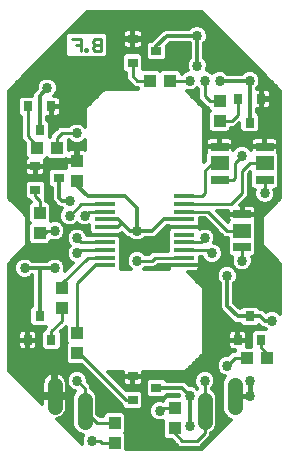
<source format=gbl>
G75*
G70*
%OFA0B0*%
%FSLAX24Y24*%
%IPPOS*%
%LPD*%
%AMOC8*
5,1,8,0,0,1.08239X$1,22.5*
%
%ADD10R,0.0315X0.0354*%
%ADD11R,0.0354X0.0315*%
%ADD12R,0.0709X0.0150*%
%ADD13R,0.0600X0.0500*%
%ADD14R,0.0600X0.0300*%
%ADD15C,0.0500*%
%ADD16R,0.0394X0.0433*%
%ADD17C,0.0090*%
%ADD18R,0.0433X0.0394*%
%ADD19C,0.0120*%
%ADD20C,0.0340*%
%ADD21C,0.0160*%
%ADD22C,0.0100*%
D10*
X001956Y004956D03*
X002744Y004956D03*
X002350Y005744D03*
X008956Y004956D03*
X009744Y004956D03*
X009350Y005744D03*
X002350Y011956D03*
X001956Y012744D03*
X002744Y012744D03*
X008956Y012994D03*
X009744Y012994D03*
X009350Y012206D03*
D11*
X005456Y014206D03*
X006244Y014600D03*
X005456Y014994D03*
X002206Y010744D03*
X002994Y010350D03*
X002206Y009956D03*
X005456Y003744D03*
X006244Y003350D03*
X005456Y002956D03*
D12*
X004531Y007448D03*
X004531Y007704D03*
X004531Y007960D03*
X004531Y008216D03*
X004531Y008472D03*
X004531Y008728D03*
X004531Y008984D03*
X004531Y009240D03*
X004531Y009496D03*
X004531Y009752D03*
X007169Y009752D03*
X007169Y009496D03*
X007169Y009240D03*
X007169Y008984D03*
X007169Y008728D03*
X007169Y008472D03*
X007169Y008216D03*
X007169Y007960D03*
X007169Y007704D03*
X007169Y007448D03*
D13*
X009100Y008600D03*
X008350Y010850D03*
X009850Y010850D03*
D14*
X009850Y011400D03*
X008350Y011400D03*
X008350Y010300D03*
X009850Y010300D03*
X009100Y009150D03*
X009100Y008050D03*
D15*
X008850Y003475D02*
X008850Y002725D01*
X007850Y002975D02*
X007850Y002225D01*
X003850Y002225D02*
X003850Y002975D01*
X002850Y002725D02*
X002850Y003475D01*
D16*
X003600Y004515D03*
X003600Y005185D03*
X003100Y006015D03*
X003100Y006685D03*
X002350Y008515D03*
X002350Y009185D03*
X003600Y010265D03*
X003600Y010935D03*
X008350Y012265D03*
X008350Y012935D03*
X006850Y002685D03*
X006850Y002015D03*
X004850Y002185D03*
X004850Y001515D03*
D17*
X004405Y014595D02*
X004200Y014595D01*
X004132Y014663D01*
X004132Y014732D01*
X004200Y014800D01*
X004405Y014800D01*
X004200Y014800D02*
X004132Y014869D01*
X004132Y014937D01*
X004200Y015005D01*
X004405Y015005D01*
X004405Y014595D01*
X003945Y014595D02*
X003945Y014663D01*
X003877Y014663D01*
X003877Y014595D01*
X003945Y014595D01*
X003715Y014595D02*
X003715Y015005D01*
X003441Y015005D01*
X003578Y014800D02*
X003715Y014800D01*
D18*
X006015Y013600D03*
X006685Y013600D03*
X002935Y011350D03*
X002265Y011350D03*
X009265Y004350D03*
X009935Y004350D03*
D19*
X003764Y001498D02*
X002937Y002324D01*
X002946Y002325D01*
X003007Y002345D01*
X003065Y002374D01*
X003117Y002412D01*
X003163Y002458D01*
X003201Y002510D01*
X003230Y002568D01*
X003250Y002629D01*
X003260Y002693D01*
X003260Y003040D01*
X002910Y003040D01*
X002910Y003160D01*
X003260Y003160D01*
X003260Y003506D01*
X003303Y003402D01*
X003402Y003303D01*
X003521Y003254D01*
X003485Y003219D01*
X003420Y003061D01*
X003420Y002139D01*
X003485Y001981D01*
X003606Y001860D01*
X003764Y001795D01*
X003802Y001795D01*
X003750Y001670D01*
X003750Y001530D01*
X003764Y001498D01*
X003750Y001574D02*
X003687Y001574D01*
X003759Y001693D02*
X003569Y001693D01*
X003450Y001811D02*
X003726Y001811D01*
X003537Y001930D02*
X003332Y001930D01*
X003213Y002048D02*
X003458Y002048D01*
X003420Y002167D02*
X003095Y002167D01*
X002976Y002285D02*
X003420Y002285D01*
X003420Y002404D02*
X003105Y002404D01*
X003207Y002522D02*
X003420Y002522D01*
X003420Y002641D02*
X003252Y002641D01*
X003260Y002759D02*
X003420Y002759D01*
X003420Y002878D02*
X003260Y002878D01*
X003260Y002996D02*
X003420Y002996D01*
X003442Y003115D02*
X002910Y003115D01*
X002910Y003160D02*
X002790Y003160D01*
X002790Y003881D01*
X002754Y003875D01*
X002693Y003855D01*
X002635Y003826D01*
X002583Y003788D01*
X002537Y003742D01*
X002499Y003690D01*
X002470Y003632D01*
X002450Y003571D01*
X002440Y003507D01*
X002440Y003160D01*
X002790Y003160D01*
X002790Y003040D01*
X002440Y003040D01*
X002440Y002821D01*
X001320Y003941D01*
X001320Y007509D01*
X001945Y008134D01*
X001945Y009066D01*
X001816Y009195D01*
X001320Y009691D01*
X001320Y013259D01*
X003939Y015878D01*
X003941Y015878D01*
X003941Y015878D01*
X007759Y015880D01*
X010380Y013259D01*
X010380Y009691D01*
X009755Y009066D01*
X009755Y008134D01*
X009884Y008005D01*
X010380Y007509D01*
X010380Y005815D01*
X010298Y005897D01*
X010170Y005950D01*
X010030Y005950D01*
X009902Y005897D01*
X009897Y005892D01*
X009842Y005947D01*
X009754Y005984D01*
X009687Y005984D01*
X009687Y005995D01*
X009582Y006101D01*
X009118Y006101D01*
X009028Y006011D01*
X008840Y006199D01*
X008840Y006845D01*
X008897Y006902D01*
X008950Y007030D01*
X008950Y007170D01*
X008897Y007298D01*
X008798Y007397D01*
X008670Y007450D01*
X008530Y007450D01*
X008402Y007397D01*
X008303Y007298D01*
X008250Y007170D01*
X008250Y007030D01*
X008303Y006902D01*
X008360Y006845D01*
X008360Y006052D01*
X008397Y005964D01*
X008753Y005608D01*
X008820Y005540D01*
X008909Y005504D01*
X009013Y005504D01*
X009013Y005492D01*
X009118Y005387D01*
X009582Y005387D01*
X009653Y005458D01*
X009714Y005397D01*
X009802Y005360D01*
X009845Y005360D01*
X009892Y005313D01*
X009512Y005313D01*
X009406Y005208D01*
X009406Y004727D01*
X009265Y004727D01*
X009274Y004758D01*
X009274Y004938D01*
X008975Y004938D01*
X008975Y004975D01*
X008938Y004975D01*
X008938Y005293D01*
X008778Y005293D01*
X008737Y005283D01*
X008701Y005261D01*
X008671Y005232D01*
X008650Y005195D01*
X008639Y005155D01*
X008639Y004975D01*
X008938Y004975D01*
X008938Y004938D01*
X008639Y004938D01*
X008639Y004758D01*
X008650Y004717D01*
X008671Y004681D01*
X008701Y004651D01*
X008737Y004630D01*
X008778Y004619D01*
X008869Y004619D01*
X008869Y004580D01*
X008755Y004580D01*
X008625Y004450D01*
X008530Y004450D01*
X008402Y004397D01*
X008303Y004298D01*
X008250Y004170D01*
X008250Y004030D01*
X008303Y003902D01*
X008402Y003803D01*
X008521Y003754D01*
X008485Y003719D01*
X008420Y003561D01*
X008420Y002639D01*
X008485Y002481D01*
X008606Y002360D01*
X008743Y002304D01*
X007759Y001320D01*
X005227Y001320D01*
X005227Y001806D01*
X005183Y001850D01*
X005227Y001894D01*
X005227Y002476D01*
X005121Y002581D01*
X004579Y002581D01*
X004473Y002476D01*
X004473Y002415D01*
X004361Y002415D01*
X004280Y002495D01*
X004280Y003061D01*
X004215Y003219D01*
X004094Y003340D01*
X004080Y003345D01*
X004080Y003445D01*
X003950Y003575D01*
X003950Y003670D01*
X003897Y003798D01*
X003798Y003897D01*
X003670Y003950D01*
X003530Y003950D01*
X003402Y003897D01*
X003303Y003798D01*
X003250Y003670D01*
X003250Y003570D01*
X003250Y003571D01*
X003230Y003632D01*
X003201Y003690D01*
X003163Y003742D01*
X003117Y003788D01*
X003065Y003826D01*
X003007Y003855D01*
X002946Y003875D01*
X002910Y003881D01*
X002910Y003160D01*
X002910Y003233D02*
X002790Y003233D01*
X002790Y003115D02*
X002147Y003115D01*
X002028Y003233D02*
X002440Y003233D01*
X002440Y003352D02*
X001910Y003352D01*
X001791Y003470D02*
X002440Y003470D01*
X002456Y003589D02*
X001673Y003589D01*
X001554Y003707D02*
X002512Y003707D01*
X002635Y003826D02*
X001436Y003826D01*
X001320Y003944D02*
X003516Y003944D01*
X003684Y003944D02*
X003931Y003944D01*
X003869Y003826D02*
X004049Y003826D01*
X003935Y003707D02*
X004168Y003707D01*
X004286Y003589D02*
X003950Y003589D01*
X004055Y003470D02*
X004405Y003470D01*
X004523Y003352D02*
X004080Y003352D01*
X004200Y003233D02*
X004642Y003233D01*
X004760Y003115D02*
X004258Y003115D01*
X004280Y002996D02*
X004879Y002996D01*
X004997Y002878D02*
X004280Y002878D01*
X004280Y002759D02*
X005099Y002759D01*
X005099Y002776D02*
X005099Y002724D01*
X005205Y002619D01*
X005708Y002619D01*
X005813Y002724D01*
X005813Y003188D01*
X005708Y003294D01*
X005231Y003294D01*
X004645Y003880D01*
X005119Y003880D01*
X005119Y003762D01*
X005438Y003762D01*
X005438Y003725D01*
X005475Y003725D01*
X005475Y003762D01*
X005793Y003762D01*
X005793Y003880D01*
X007191Y003880D01*
X007320Y004009D01*
X007820Y004509D01*
X007820Y006691D01*
X007691Y006820D01*
X007298Y007214D01*
X007544Y007214D01*
X007585Y007225D01*
X007621Y007246D01*
X007651Y007275D01*
X007672Y007312D01*
X007683Y007353D01*
X007683Y007448D01*
X007169Y007448D01*
X007169Y007448D01*
X006655Y007448D01*
X006655Y007353D01*
X006663Y007320D01*
X005815Y007320D01*
X005865Y007370D01*
X006195Y007370D01*
X006300Y007474D01*
X006655Y007474D01*
X006655Y007448D01*
X007169Y007448D01*
X007169Y007448D01*
X007683Y007448D01*
X007683Y007535D01*
X007703Y007555D01*
X007703Y007730D01*
X007771Y007730D01*
X007803Y007652D01*
X007902Y007553D01*
X008030Y007500D01*
X008170Y007500D01*
X008298Y007553D01*
X008397Y007652D01*
X008450Y007780D01*
X008450Y007920D01*
X008397Y008048D01*
X008298Y008147D01*
X008170Y008200D01*
X008167Y008200D01*
X008200Y008280D01*
X008200Y008420D01*
X008147Y008548D01*
X008048Y008647D01*
X007920Y008700D01*
X007780Y008700D01*
X007683Y008660D01*
X007683Y008728D01*
X007683Y008814D01*
X007703Y008834D01*
X007703Y009010D01*
X007865Y009010D01*
X008370Y008505D01*
X008505Y008370D01*
X008620Y008370D01*
X008620Y008275D01*
X008620Y008275D01*
X008620Y007825D01*
X008725Y007720D01*
X008771Y007720D01*
X008750Y007670D01*
X008750Y007530D01*
X008803Y007402D01*
X008902Y007303D01*
X009030Y007250D01*
X009170Y007250D01*
X009298Y007303D01*
X009397Y007402D01*
X009450Y007530D01*
X009450Y007670D01*
X009429Y007720D01*
X009475Y007720D01*
X009580Y007825D01*
X009580Y008275D01*
X009580Y008925D01*
X009553Y008952D01*
X009560Y008979D01*
X009560Y009135D01*
X009115Y009135D01*
X009115Y009165D01*
X009085Y009165D01*
X009085Y009460D01*
X009035Y009460D01*
X009330Y009755D01*
X009330Y010505D01*
X009370Y010545D01*
X009370Y010525D01*
X009370Y010525D01*
X009370Y010075D01*
X009475Y009970D01*
X009521Y009970D01*
X009500Y009920D01*
X009500Y009780D01*
X009553Y009652D01*
X009652Y009553D01*
X009780Y009500D01*
X009920Y009500D01*
X010048Y009553D01*
X010147Y009652D01*
X010200Y009780D01*
X010200Y009920D01*
X010179Y009970D01*
X010225Y009970D01*
X010330Y010075D01*
X010330Y010525D01*
X010330Y011175D01*
X010303Y011202D01*
X010310Y011229D01*
X010310Y011385D01*
X009865Y011385D01*
X009865Y011415D01*
X009835Y011415D01*
X009835Y011710D01*
X009529Y011710D01*
X009488Y011699D01*
X009452Y011678D01*
X009422Y011648D01*
X009401Y011612D01*
X009390Y011571D01*
X009390Y011415D01*
X009835Y011415D01*
X009835Y011385D01*
X009390Y011385D01*
X009390Y011305D01*
X009298Y011397D01*
X009170Y011450D01*
X009030Y011450D01*
X008902Y011397D01*
X008810Y011305D01*
X008810Y011385D01*
X008365Y011385D01*
X008365Y011415D01*
X008335Y011415D01*
X008335Y011710D01*
X008029Y011710D01*
X007988Y011699D01*
X007952Y011678D01*
X007922Y011648D01*
X007901Y011612D01*
X007890Y011571D01*
X007890Y011415D01*
X008335Y011415D01*
X008335Y011385D01*
X007890Y011385D01*
X007890Y011229D01*
X007897Y011202D01*
X007870Y011175D01*
X007870Y010945D01*
X007820Y010895D01*
X007820Y012691D01*
X007691Y012820D01*
X007248Y013264D01*
X007280Y013250D01*
X007420Y013250D01*
X007548Y013303D01*
X007600Y013355D01*
X007620Y013335D01*
X007620Y013005D01*
X007755Y012870D01*
X007920Y012705D01*
X007973Y012705D01*
X007973Y012644D01*
X008017Y012600D01*
X007973Y012556D01*
X007973Y011974D01*
X008079Y011869D01*
X008621Y011869D01*
X008727Y011974D01*
X008727Y012035D01*
X008861Y012035D01*
X009013Y012187D01*
X009013Y011955D01*
X009118Y011849D01*
X009582Y011849D01*
X009687Y011955D01*
X009687Y012458D01*
X009590Y012556D01*
X009590Y012657D01*
X009725Y012657D01*
X009725Y012975D01*
X009762Y012975D01*
X009762Y012657D01*
X009922Y012657D01*
X009963Y012667D01*
X009999Y012689D01*
X010029Y012718D01*
X010050Y012755D01*
X010061Y012795D01*
X010061Y012975D01*
X009762Y012975D01*
X009762Y013012D01*
X009725Y013012D01*
X009725Y013331D01*
X009590Y013331D01*
X009590Y013345D01*
X009647Y013402D01*
X009700Y013530D01*
X009700Y013670D01*
X009647Y013798D01*
X009548Y013897D01*
X009420Y013950D01*
X009280Y013950D01*
X009152Y013897D01*
X009095Y013840D01*
X008605Y013840D01*
X008548Y013897D01*
X008420Y013950D01*
X008280Y013950D01*
X008152Y013897D01*
X008100Y013845D01*
X008048Y013897D01*
X007920Y013950D01*
X007917Y013950D01*
X007950Y014030D01*
X007950Y014170D01*
X007897Y014298D01*
X007840Y014355D01*
X007840Y014845D01*
X007897Y014902D01*
X007950Y015030D01*
X007950Y015170D01*
X007897Y015298D01*
X007798Y015397D01*
X007670Y015450D01*
X007530Y015450D01*
X007402Y015397D01*
X007345Y015340D01*
X006552Y015340D01*
X006464Y015303D01*
X006397Y015236D01*
X006098Y014937D01*
X005992Y014937D01*
X005887Y014832D01*
X005887Y014368D01*
X005992Y014263D01*
X006495Y014263D01*
X006601Y014368D01*
X006601Y014761D01*
X006699Y014860D01*
X007345Y014860D01*
X007360Y014845D01*
X007360Y014355D01*
X007303Y014298D01*
X007250Y014170D01*
X007250Y014030D01*
X007283Y013950D01*
X007280Y013950D01*
X007152Y013897D01*
X007085Y013830D01*
X007081Y013830D01*
X007081Y013871D01*
X006976Y013977D01*
X006394Y013977D01*
X006350Y013933D01*
X006306Y013977D01*
X005813Y013977D01*
X005813Y014438D01*
X005708Y014544D01*
X005205Y014544D01*
X005099Y014438D01*
X005099Y013974D01*
X005205Y013869D01*
X005226Y013869D01*
X005226Y013648D01*
X005505Y013370D01*
X005619Y013370D01*
X005619Y013329D01*
X005627Y013320D01*
X004509Y013320D01*
X004380Y013191D01*
X003880Y012691D01*
X003880Y012065D01*
X003798Y012147D01*
X003670Y012200D01*
X003530Y012200D01*
X003402Y012147D01*
X003335Y012080D01*
X003005Y012080D01*
X002705Y011780D01*
X002705Y011727D01*
X002687Y011727D01*
X002687Y012208D01*
X002590Y012306D01*
X002590Y012407D01*
X002725Y012407D01*
X002725Y012725D01*
X002762Y012725D01*
X002762Y012407D01*
X002922Y012407D01*
X002963Y012417D01*
X002999Y012439D01*
X003029Y012468D01*
X003050Y012505D01*
X003061Y012545D01*
X003061Y012725D01*
X002762Y012725D01*
X002762Y012762D01*
X003061Y012762D01*
X003061Y012942D01*
X003050Y012983D01*
X003029Y013019D01*
X002999Y013049D01*
X002963Y013070D01*
X002922Y013081D01*
X002826Y013081D01*
X002897Y013152D01*
X002950Y013280D01*
X002950Y013420D01*
X002897Y013548D01*
X002798Y013647D01*
X002670Y013700D01*
X002530Y013700D01*
X002402Y013647D01*
X002303Y013548D01*
X002250Y013420D01*
X002250Y013339D01*
X002147Y013236D01*
X002110Y013148D01*
X002110Y013101D01*
X001724Y013101D01*
X001619Y012995D01*
X001619Y012492D01*
X001724Y012387D01*
X001726Y012387D01*
X001726Y011648D01*
X001869Y011506D01*
X001869Y011079D01*
X001925Y011023D01*
X001901Y010999D01*
X001880Y010963D01*
X001869Y010922D01*
X001869Y010762D01*
X002188Y010762D01*
X002188Y010725D01*
X002225Y010725D01*
X002225Y010762D01*
X002543Y010762D01*
X002543Y010922D01*
X002533Y010963D01*
X002527Y010973D01*
X002556Y010973D01*
X002600Y011017D01*
X002644Y010973D01*
X003226Y010973D01*
X003243Y010991D01*
X003243Y010973D01*
X003562Y010973D01*
X003562Y011311D01*
X003382Y011311D01*
X003341Y011300D01*
X003331Y011294D01*
X003331Y011620D01*
X003335Y011620D01*
X003402Y011553D01*
X003530Y011500D01*
X003670Y011500D01*
X003798Y011553D01*
X003880Y011635D01*
X003880Y011288D01*
X003859Y011300D01*
X003818Y011311D01*
X003638Y011311D01*
X003638Y010973D01*
X003562Y010973D01*
X003562Y010896D01*
X003243Y010896D01*
X003243Y010697D01*
X003246Y010687D01*
X003245Y010687D01*
X002742Y010687D01*
X002637Y010582D01*
X002637Y010118D01*
X002742Y010013D01*
X002754Y010013D01*
X002754Y009659D01*
X002790Y009570D01*
X002964Y009397D01*
X003052Y009360D01*
X003095Y009360D01*
X003105Y009350D01*
X003053Y009298D01*
X003000Y009170D01*
X003000Y009030D01*
X003053Y008902D01*
X003152Y008803D01*
X003280Y008750D01*
X003420Y008750D01*
X003548Y008803D01*
X003600Y008855D01*
X003652Y008803D01*
X003780Y008750D01*
X003920Y008750D01*
X003997Y008782D01*
X003997Y008579D01*
X004017Y008559D01*
X004017Y008472D01*
X004017Y008446D01*
X003939Y008446D01*
X003897Y008548D01*
X003798Y008647D01*
X003670Y008700D01*
X003530Y008700D01*
X003402Y008647D01*
X003303Y008548D01*
X003250Y008420D01*
X003250Y008280D01*
X003303Y008152D01*
X003355Y008100D01*
X003303Y008048D01*
X003250Y007920D01*
X003250Y007780D01*
X003303Y007652D01*
X003402Y007553D01*
X003456Y007531D01*
X003196Y007272D01*
X003200Y007280D01*
X003200Y007420D01*
X003147Y007548D01*
X003048Y007647D01*
X002920Y007700D01*
X002780Y007700D01*
X002652Y007647D01*
X002595Y007590D01*
X002105Y007590D01*
X002048Y007647D01*
X001920Y007700D01*
X001780Y007700D01*
X001652Y007647D01*
X001553Y007548D01*
X001500Y007420D01*
X001500Y007280D01*
X001553Y007152D01*
X001652Y007053D01*
X001780Y007000D01*
X001920Y007000D01*
X002048Y007053D01*
X002105Y007110D01*
X002110Y007110D01*
X002110Y006093D01*
X002013Y005995D01*
X002013Y005492D01*
X002118Y005387D01*
X002561Y005387D01*
X002514Y005339D01*
X002514Y005313D01*
X002512Y005313D01*
X002406Y005208D01*
X002406Y004705D01*
X002512Y004599D01*
X002976Y004599D01*
X003081Y004705D01*
X003081Y005208D01*
X003057Y005232D01*
X003195Y005370D01*
X003223Y005398D01*
X003223Y004894D01*
X003267Y004850D01*
X003223Y004806D01*
X003223Y004224D01*
X003329Y004119D01*
X003756Y004119D01*
X005014Y002861D01*
X005099Y002776D01*
X005183Y002641D02*
X004280Y002641D01*
X004280Y002522D02*
X004519Y002522D01*
X005181Y002522D02*
X006003Y002522D01*
X006000Y002530D02*
X006053Y002402D01*
X006152Y002303D01*
X006280Y002250D01*
X006420Y002250D01*
X006473Y002272D01*
X006473Y001724D01*
X006579Y001619D01*
X006756Y001619D01*
X006870Y001505D01*
X007005Y001370D01*
X007695Y001370D01*
X007945Y001620D01*
X008080Y001755D01*
X008080Y001855D01*
X008094Y001860D01*
X008215Y001981D01*
X008280Y002139D01*
X008280Y003061D01*
X008215Y003219D01*
X008094Y003340D01*
X008087Y003342D01*
X008147Y003402D01*
X008200Y003530D01*
X008200Y003670D01*
X008147Y003798D01*
X008048Y003897D01*
X007920Y003950D01*
X007780Y003950D01*
X007652Y003897D01*
X007553Y003798D01*
X007500Y003670D01*
X007500Y003530D01*
X007553Y003402D01*
X007613Y003342D01*
X007606Y003340D01*
X007606Y003339D01*
X007548Y003397D01*
X007420Y003450D01*
X007339Y003450D01*
X007236Y003553D01*
X007148Y003590D01*
X006593Y003590D01*
X006495Y003687D01*
X005992Y003687D01*
X005887Y003582D01*
X005887Y003118D01*
X005992Y003013D01*
X006495Y003013D01*
X006593Y003110D01*
X007000Y003110D01*
X007000Y003081D01*
X006579Y003081D01*
X006473Y002976D01*
X006473Y002928D01*
X006420Y002950D01*
X006280Y002950D01*
X006152Y002897D01*
X006053Y002798D01*
X006000Y002670D01*
X006000Y002530D01*
X006000Y002641D02*
X005730Y002641D01*
X005813Y002759D02*
X006037Y002759D01*
X006133Y002878D02*
X005813Y002878D01*
X005813Y002996D02*
X006493Y002996D01*
X005890Y003115D02*
X005813Y003115D01*
X005769Y003233D02*
X005887Y003233D01*
X005887Y003352D02*
X005174Y003352D01*
X005217Y003437D02*
X005258Y003426D01*
X005438Y003426D01*
X005438Y003725D01*
X005119Y003725D01*
X005119Y003565D01*
X005130Y003524D01*
X005151Y003488D01*
X005181Y003458D01*
X005217Y003437D01*
X005169Y003470D02*
X005055Y003470D01*
X005119Y003589D02*
X004937Y003589D01*
X004818Y003707D02*
X005119Y003707D01*
X005119Y003826D02*
X004700Y003826D01*
X003812Y004063D02*
X001320Y004063D01*
X001320Y004181D02*
X003266Y004181D01*
X003223Y004300D02*
X001320Y004300D01*
X001320Y004418D02*
X003223Y004418D01*
X003223Y004537D02*
X001320Y004537D01*
X001320Y004655D02*
X001697Y004655D01*
X001701Y004651D02*
X001737Y004630D01*
X001778Y004619D01*
X001938Y004619D01*
X001938Y004938D01*
X001639Y004938D01*
X001639Y004758D01*
X001650Y004717D01*
X001671Y004681D01*
X001701Y004651D01*
X001639Y004774D02*
X001320Y004774D01*
X001320Y004892D02*
X001639Y004892D01*
X001639Y004975D02*
X001938Y004975D01*
X001938Y005293D01*
X001778Y005293D01*
X001737Y005283D01*
X001701Y005261D01*
X001671Y005232D01*
X001650Y005195D01*
X001639Y005155D01*
X001639Y004975D01*
X001639Y005011D02*
X001320Y005011D01*
X001320Y005129D02*
X001639Y005129D01*
X001687Y005248D02*
X001320Y005248D01*
X001320Y005366D02*
X002541Y005366D01*
X002446Y005248D02*
X002226Y005248D01*
X002212Y005261D02*
X002176Y005283D01*
X002135Y005293D01*
X001975Y005293D01*
X001975Y004975D01*
X001938Y004975D01*
X001938Y004938D01*
X001975Y004938D01*
X001975Y004975D01*
X002274Y004975D01*
X002274Y005155D01*
X002263Y005195D01*
X002242Y005232D01*
X002212Y005261D01*
X002274Y005129D02*
X002406Y005129D01*
X002406Y005011D02*
X002274Y005011D01*
X002274Y004938D02*
X001975Y004938D01*
X001975Y004619D01*
X002135Y004619D01*
X002176Y004630D01*
X002212Y004651D01*
X002242Y004681D01*
X002263Y004717D01*
X002274Y004758D01*
X002274Y004938D01*
X002274Y004892D02*
X002406Y004892D01*
X002406Y004774D02*
X002274Y004774D01*
X002216Y004655D02*
X002456Y004655D01*
X001975Y004655D02*
X001938Y004655D01*
X001938Y004774D02*
X001975Y004774D01*
X001975Y004892D02*
X001938Y004892D01*
X001938Y005011D02*
X001975Y005011D01*
X001975Y005129D02*
X001938Y005129D01*
X001938Y005248D02*
X001975Y005248D01*
X002020Y005485D02*
X001320Y005485D01*
X001320Y005603D02*
X002013Y005603D01*
X002013Y005722D02*
X001320Y005722D01*
X001320Y005840D02*
X002013Y005840D01*
X002013Y005959D02*
X001320Y005959D01*
X001320Y006077D02*
X002094Y006077D01*
X002110Y006196D02*
X001320Y006196D01*
X001320Y006314D02*
X002110Y006314D01*
X002110Y006433D02*
X001320Y006433D01*
X001320Y006551D02*
X002110Y006551D01*
X002110Y006670D02*
X001320Y006670D01*
X001320Y006788D02*
X002110Y006788D01*
X002110Y006907D02*
X001320Y006907D01*
X001320Y007025D02*
X001720Y007025D01*
X001562Y007144D02*
X001320Y007144D01*
X001320Y007262D02*
X001508Y007262D01*
X001500Y007381D02*
X001320Y007381D01*
X001320Y007499D02*
X001533Y007499D01*
X001623Y007618D02*
X001429Y007618D01*
X001547Y007736D02*
X003268Y007736D01*
X003250Y007855D02*
X001666Y007855D01*
X001784Y007973D02*
X003272Y007973D01*
X003347Y008092D02*
X001903Y008092D01*
X001945Y008210D02*
X001987Y008210D01*
X001973Y008224D02*
X002079Y008119D01*
X002621Y008119D01*
X002727Y008224D01*
X002727Y008272D01*
X002780Y008250D01*
X002920Y008250D01*
X003048Y008303D01*
X003147Y008402D01*
X003200Y008530D01*
X003200Y008670D01*
X003147Y008798D01*
X003048Y008897D01*
X002920Y008950D01*
X002780Y008950D01*
X002727Y008928D01*
X002727Y009476D01*
X002621Y009581D01*
X002580Y009581D01*
X002580Y009695D01*
X002557Y009718D01*
X002563Y009724D01*
X002563Y010188D01*
X002458Y010294D01*
X001955Y010294D01*
X001849Y010188D01*
X001849Y009724D01*
X001955Y009619D01*
X002006Y009619D01*
X002061Y009564D01*
X001973Y009476D01*
X001973Y008894D01*
X002017Y008850D01*
X001973Y008806D01*
X001973Y008224D01*
X001973Y008329D02*
X001945Y008329D01*
X001945Y008447D02*
X001973Y008447D01*
X001973Y008566D02*
X001945Y008566D01*
X001945Y008684D02*
X001973Y008684D01*
X001973Y008803D02*
X001945Y008803D01*
X001945Y008921D02*
X001973Y008921D01*
X001973Y009040D02*
X001945Y009040D01*
X001973Y009158D02*
X001853Y009158D01*
X001735Y009277D02*
X001973Y009277D01*
X001973Y009395D02*
X001616Y009395D01*
X001498Y009514D02*
X002011Y009514D01*
X001941Y009632D02*
X001379Y009632D01*
X001320Y009751D02*
X001849Y009751D01*
X001849Y009869D02*
X001320Y009869D01*
X001320Y009988D02*
X001849Y009988D01*
X001849Y010106D02*
X001320Y010106D01*
X001320Y010225D02*
X001885Y010225D01*
X001967Y010437D02*
X002008Y010426D01*
X002188Y010426D01*
X002188Y010725D01*
X001869Y010725D01*
X001869Y010565D01*
X001880Y010524D01*
X001901Y010488D01*
X001931Y010458D01*
X001967Y010437D01*
X001928Y010462D02*
X001320Y010462D01*
X001320Y010580D02*
X001869Y010580D01*
X001869Y010699D02*
X001320Y010699D01*
X001320Y010817D02*
X001869Y010817D01*
X001873Y010936D02*
X001320Y010936D01*
X001320Y011054D02*
X001893Y011054D01*
X001869Y011173D02*
X001320Y011173D01*
X001320Y011291D02*
X001869Y011291D01*
X001869Y011410D02*
X001320Y011410D01*
X001320Y011528D02*
X001847Y011528D01*
X001728Y011647D02*
X001320Y011647D01*
X001320Y011765D02*
X001726Y011765D01*
X001726Y011884D02*
X001320Y011884D01*
X001320Y012002D02*
X001726Y012002D01*
X001726Y012121D02*
X001320Y012121D01*
X001320Y012239D02*
X001726Y012239D01*
X001726Y012358D02*
X001320Y012358D01*
X001320Y012476D02*
X001635Y012476D01*
X001619Y012595D02*
X001320Y012595D01*
X001320Y012713D02*
X001619Y012713D01*
X001619Y012832D02*
X001320Y012832D01*
X001320Y012950D02*
X001619Y012950D01*
X001692Y013069D02*
X001320Y013069D01*
X001320Y013187D02*
X002126Y013187D01*
X002216Y013306D02*
X001367Y013306D01*
X001485Y013424D02*
X002252Y013424D01*
X002301Y013543D02*
X001604Y013543D01*
X001722Y013661D02*
X002436Y013661D01*
X002764Y013661D02*
X005226Y013661D01*
X005226Y013780D02*
X001841Y013780D01*
X001959Y013898D02*
X005175Y013898D01*
X005099Y014017D02*
X002078Y014017D01*
X002196Y014135D02*
X005099Y014135D01*
X005099Y014254D02*
X002315Y014254D01*
X002433Y014372D02*
X003298Y014372D01*
X003310Y014360D02*
X004540Y014360D01*
X004645Y014465D01*
X004645Y015135D01*
X004540Y015240D01*
X003310Y015240D01*
X003205Y015135D01*
X003205Y014465D01*
X003310Y014360D01*
X003205Y014491D02*
X002552Y014491D01*
X002670Y014609D02*
X003205Y014609D01*
X003205Y014728D02*
X002789Y014728D01*
X002907Y014846D02*
X003205Y014846D01*
X003205Y014965D02*
X003026Y014965D01*
X003144Y015083D02*
X003205Y015083D01*
X003263Y015202D02*
X003272Y015202D01*
X003381Y015320D02*
X006504Y015320D01*
X006362Y015202D02*
X005786Y015202D01*
X005783Y015213D02*
X005761Y015249D01*
X005732Y015279D01*
X005695Y015300D01*
X005655Y015311D01*
X005475Y015311D01*
X005475Y015012D01*
X005793Y015012D01*
X005793Y015172D01*
X005783Y015213D01*
X005793Y015083D02*
X006244Y015083D01*
X006125Y014965D02*
X005793Y014965D01*
X005793Y014975D02*
X005475Y014975D01*
X005475Y015012D01*
X005438Y015012D01*
X005438Y015311D01*
X005258Y015311D01*
X005217Y015300D01*
X005181Y015279D01*
X005151Y015249D01*
X005130Y015213D01*
X005119Y015172D01*
X005119Y015012D01*
X005438Y015012D01*
X005438Y014975D01*
X005475Y014975D01*
X005475Y014676D01*
X005655Y014676D01*
X005695Y014687D01*
X005732Y014708D01*
X005761Y014738D01*
X005783Y014774D01*
X005793Y014815D01*
X005793Y014975D01*
X005793Y014846D02*
X005901Y014846D01*
X005887Y014728D02*
X005751Y014728D01*
X005887Y014609D02*
X004645Y014609D01*
X004645Y014491D02*
X005151Y014491D01*
X005099Y014372D02*
X004552Y014372D01*
X004645Y014728D02*
X005162Y014728D01*
X005151Y014738D02*
X005181Y014708D01*
X005217Y014687D01*
X005258Y014676D01*
X005438Y014676D01*
X005438Y014975D01*
X005119Y014975D01*
X005119Y014815D01*
X005130Y014774D01*
X005151Y014738D01*
X005119Y014846D02*
X004645Y014846D01*
X004645Y014965D02*
X005119Y014965D01*
X005119Y015083D02*
X004645Y015083D01*
X004578Y015202D02*
X005127Y015202D01*
X005438Y015202D02*
X005475Y015202D01*
X005475Y015083D02*
X005438Y015083D01*
X005438Y014965D02*
X005475Y014965D01*
X005475Y014846D02*
X005438Y014846D01*
X005438Y014728D02*
X005475Y014728D01*
X005761Y014491D02*
X005887Y014491D01*
X005887Y014372D02*
X005813Y014372D01*
X005813Y014254D02*
X007285Y014254D01*
X007250Y014135D02*
X005813Y014135D01*
X005813Y014017D02*
X007256Y014017D01*
X007155Y013898D02*
X007055Y013898D01*
X007600Y014100D02*
X007600Y015100D01*
X006600Y015100D01*
X006244Y014744D01*
X006244Y014600D01*
X006601Y014609D02*
X007360Y014609D01*
X007360Y014491D02*
X006601Y014491D01*
X006601Y014372D02*
X007360Y014372D01*
X007840Y014372D02*
X009267Y014372D01*
X009385Y014254D02*
X007915Y014254D01*
X007950Y014135D02*
X009504Y014135D01*
X009622Y014017D02*
X007944Y014017D01*
X008045Y013898D02*
X008155Y013898D01*
X008350Y013600D02*
X009350Y013600D01*
X009350Y012206D01*
X009687Y012239D02*
X010380Y012239D01*
X010380Y012121D02*
X009687Y012121D01*
X009687Y012002D02*
X010380Y012002D01*
X010380Y011884D02*
X009616Y011884D01*
X009865Y011710D02*
X009865Y011415D01*
X010310Y011415D01*
X010310Y011571D01*
X010299Y011612D01*
X010278Y011648D01*
X010248Y011678D01*
X010212Y011699D01*
X010171Y011710D01*
X009865Y011710D01*
X009865Y011647D02*
X009835Y011647D01*
X009835Y011528D02*
X009865Y011528D01*
X009865Y011410D02*
X010380Y011410D01*
X010380Y011528D02*
X010310Y011528D01*
X010279Y011647D02*
X010380Y011647D01*
X010380Y011765D02*
X007820Y011765D01*
X007820Y011647D02*
X007921Y011647D01*
X007890Y011528D02*
X007820Y011528D01*
X007820Y011410D02*
X008335Y011410D01*
X008365Y011410D02*
X008933Y011410D01*
X008810Y011415D02*
X008810Y011571D01*
X008799Y011612D01*
X008778Y011648D01*
X008748Y011678D01*
X008712Y011699D01*
X008671Y011710D01*
X008365Y011710D01*
X008365Y011415D01*
X008810Y011415D01*
X008810Y011528D02*
X009390Y011528D01*
X009421Y011647D02*
X008779Y011647D01*
X008365Y011647D02*
X008335Y011647D01*
X008335Y011528D02*
X008365Y011528D01*
X008636Y011884D02*
X009084Y011884D01*
X009013Y012002D02*
X008727Y012002D01*
X008946Y012121D02*
X009013Y012121D01*
X009687Y012358D02*
X010380Y012358D01*
X010380Y012476D02*
X009669Y012476D01*
X009590Y012595D02*
X010380Y012595D01*
X010380Y012713D02*
X010024Y012713D01*
X010061Y012832D02*
X010380Y012832D01*
X010380Y012950D02*
X010061Y012950D01*
X010061Y013012D02*
X010061Y013192D01*
X010050Y013233D01*
X010029Y013269D01*
X009999Y013299D01*
X009963Y013320D01*
X009922Y013331D01*
X009762Y013331D01*
X009762Y013012D01*
X010061Y013012D01*
X010061Y013069D02*
X010380Y013069D01*
X010380Y013187D02*
X010061Y013187D01*
X009988Y013306D02*
X010333Y013306D01*
X010215Y013424D02*
X009656Y013424D01*
X009700Y013543D02*
X010096Y013543D01*
X009978Y013661D02*
X009700Y013661D01*
X009654Y013780D02*
X009859Y013780D01*
X009741Y013898D02*
X009545Y013898D01*
X009155Y013898D02*
X008545Y013898D01*
X007620Y013306D02*
X007550Y013306D01*
X007620Y013187D02*
X007324Y013187D01*
X007443Y013069D02*
X007620Y013069D01*
X007675Y012950D02*
X007561Y012950D01*
X007680Y012832D02*
X007793Y012832D01*
X007798Y012713D02*
X007912Y012713D01*
X007820Y012595D02*
X008011Y012595D01*
X007973Y012476D02*
X007820Y012476D01*
X007820Y012358D02*
X007973Y012358D01*
X007973Y012239D02*
X007820Y012239D01*
X007820Y012121D02*
X007973Y012121D01*
X007973Y012002D02*
X007820Y012002D01*
X007820Y011884D02*
X008064Y011884D01*
X009267Y011410D02*
X009835Y011410D01*
X010310Y011291D02*
X010380Y011291D01*
X010380Y011173D02*
X010330Y011173D01*
X010330Y011054D02*
X010380Y011054D01*
X010380Y010936D02*
X010330Y010936D01*
X010330Y010817D02*
X010380Y010817D01*
X010380Y010699D02*
X010330Y010699D01*
X010330Y010580D02*
X010380Y010580D01*
X010330Y010525D02*
X010330Y010525D01*
X010330Y010525D01*
X010330Y010462D02*
X010380Y010462D01*
X010380Y010343D02*
X010330Y010343D01*
X010330Y010225D02*
X010380Y010225D01*
X010380Y010106D02*
X010330Y010106D01*
X010380Y009988D02*
X010242Y009988D01*
X010200Y009869D02*
X010380Y009869D01*
X010380Y009751D02*
X010188Y009751D01*
X010127Y009632D02*
X010321Y009632D01*
X010202Y009514D02*
X009952Y009514D01*
X010084Y009395D02*
X009530Y009395D01*
X009528Y009398D02*
X009498Y009428D01*
X009462Y009449D01*
X009421Y009460D01*
X009115Y009460D01*
X009115Y009165D01*
X009560Y009165D01*
X009560Y009321D01*
X009549Y009362D01*
X009528Y009398D01*
X009560Y009277D02*
X009965Y009277D01*
X009847Y009158D02*
X009115Y009158D01*
X009085Y009158D02*
X008367Y009158D01*
X008260Y009266D02*
X008640Y009266D01*
X008640Y009165D01*
X009085Y009165D01*
X009085Y009135D01*
X008640Y009135D01*
X008640Y008979D01*
X008647Y008952D01*
X008620Y008925D01*
X008620Y008905D01*
X008260Y009266D01*
X008486Y009040D02*
X008640Y009040D01*
X008620Y008921D02*
X008604Y008921D01*
X008191Y008684D02*
X007958Y008684D01*
X008072Y008803D02*
X007683Y008803D01*
X007683Y008728D02*
X007169Y008728D01*
X007169Y008728D01*
X007683Y008728D01*
X007683Y008684D02*
X007742Y008684D01*
X007703Y008921D02*
X007954Y008921D01*
X007169Y008984D02*
X006484Y008984D01*
X006100Y008600D01*
X005600Y008600D01*
X005600Y009350D01*
X005198Y009752D01*
X004531Y009752D01*
X003948Y009752D01*
X003600Y010100D01*
X003600Y010265D01*
X002994Y010350D02*
X002994Y009706D01*
X003100Y009600D01*
X003350Y009600D01*
X002968Y009395D02*
X002727Y009395D01*
X002727Y009277D02*
X003044Y009277D01*
X003000Y009158D02*
X002727Y009158D01*
X002727Y009040D02*
X003000Y009040D01*
X002990Y008921D02*
X003045Y008921D01*
X003142Y008803D02*
X003154Y008803D01*
X003194Y008684D02*
X003492Y008684D01*
X003546Y008803D02*
X003654Y008803D01*
X003708Y008684D02*
X003997Y008684D01*
X004010Y008566D02*
X003879Y008566D01*
X003939Y008447D02*
X004017Y008447D01*
X004017Y008472D02*
X004531Y008472D01*
X004531Y008472D01*
X004017Y008472D01*
X004531Y008472D02*
X005045Y008472D01*
X005045Y008386D01*
X005065Y008366D01*
X005065Y007320D01*
X005385Y007320D01*
X005303Y007402D01*
X005250Y007530D01*
X005250Y007670D01*
X005303Y007798D01*
X005402Y007897D01*
X005530Y007950D01*
X005670Y007950D01*
X005798Y007897D01*
X005865Y007830D01*
X006005Y007830D01*
X006109Y007934D01*
X006635Y007934D01*
X006635Y008621D01*
X006655Y008641D01*
X006655Y008728D01*
X007169Y008728D01*
X007169Y008728D01*
X006655Y008728D01*
X006655Y008744D01*
X006583Y008744D01*
X006236Y008397D01*
X006148Y008360D01*
X005855Y008360D01*
X005798Y008303D01*
X005670Y008250D01*
X005530Y008250D01*
X005402Y008303D01*
X005345Y008360D01*
X005302Y008360D01*
X005214Y008397D01*
X005094Y008516D01*
X005045Y008496D01*
X005045Y008472D01*
X004531Y008472D01*
X004531Y008472D01*
X004531Y008728D02*
X004978Y008728D01*
X005100Y008850D01*
X004966Y008984D01*
X004531Y008984D01*
X005100Y008850D02*
X005350Y008600D01*
X005600Y008600D01*
X005164Y008447D02*
X005045Y008447D01*
X005065Y008329D02*
X005377Y008329D01*
X005065Y008210D02*
X006635Y008210D01*
X006635Y008092D02*
X005065Y008092D01*
X005065Y007973D02*
X006635Y007973D01*
X006029Y007855D02*
X005840Y007855D01*
X005360Y007855D02*
X005065Y007855D01*
X005065Y007736D02*
X005278Y007736D01*
X005250Y007618D02*
X005065Y007618D01*
X005065Y007499D02*
X005263Y007499D01*
X005325Y007381D02*
X005065Y007381D01*
X006206Y007381D02*
X006655Y007381D01*
X007368Y007144D02*
X008250Y007144D01*
X008252Y007025D02*
X007486Y007025D01*
X007605Y006907D02*
X008301Y006907D01*
X008360Y006788D02*
X007723Y006788D01*
X007820Y006670D02*
X008360Y006670D01*
X008360Y006551D02*
X007820Y006551D01*
X007820Y006433D02*
X008360Y006433D01*
X008360Y006314D02*
X007820Y006314D01*
X007820Y006196D02*
X008360Y006196D01*
X008360Y006077D02*
X007820Y006077D01*
X007820Y005959D02*
X008402Y005959D01*
X008521Y005840D02*
X007820Y005840D01*
X007820Y005722D02*
X008639Y005722D01*
X008758Y005603D02*
X007820Y005603D01*
X007820Y005485D02*
X009020Y005485D01*
X008975Y005293D02*
X008975Y004975D01*
X009274Y004975D01*
X009274Y005155D01*
X009263Y005195D01*
X009242Y005232D01*
X009212Y005261D01*
X009176Y005283D01*
X009135Y005293D01*
X008975Y005293D01*
X008975Y005248D02*
X008938Y005248D01*
X008938Y005129D02*
X008975Y005129D01*
X008975Y005011D02*
X008938Y005011D01*
X008639Y005011D02*
X007820Y005011D01*
X007820Y005129D02*
X008639Y005129D01*
X008687Y005248D02*
X007820Y005248D01*
X007820Y005366D02*
X009788Y005366D01*
X009850Y005600D02*
X010100Y005600D01*
X009850Y005600D02*
X009706Y005744D01*
X009350Y005744D01*
X008956Y005744D01*
X008600Y006100D01*
X008600Y007100D01*
X008288Y007262D02*
X007638Y007262D01*
X007683Y007381D02*
X008386Y007381D01*
X008763Y007499D02*
X007683Y007499D01*
X007703Y007618D02*
X007838Y007618D01*
X008362Y007618D02*
X008750Y007618D01*
X008709Y007736D02*
X008432Y007736D01*
X008450Y007855D02*
X008620Y007855D01*
X008620Y007973D02*
X008428Y007973D01*
X008353Y008092D02*
X008620Y008092D01*
X008620Y008210D02*
X008171Y008210D01*
X008200Y008329D02*
X008620Y008329D01*
X008620Y008275D02*
X008620Y008275D01*
X008428Y008447D02*
X008189Y008447D01*
X008129Y008566D02*
X008309Y008566D01*
X009580Y008566D02*
X009755Y008566D01*
X009755Y008684D02*
X009580Y008684D01*
X009580Y008803D02*
X009755Y008803D01*
X009755Y008921D02*
X009580Y008921D01*
X009560Y009040D02*
X009755Y009040D01*
X009115Y009277D02*
X009085Y009277D01*
X009085Y009395D02*
X009115Y009395D01*
X009089Y009514D02*
X009748Y009514D01*
X009573Y009632D02*
X009207Y009632D01*
X009326Y009751D02*
X009512Y009751D01*
X009500Y009869D02*
X009330Y009869D01*
X009330Y009988D02*
X009458Y009988D01*
X009370Y010106D02*
X009330Y010106D01*
X009330Y010225D02*
X009370Y010225D01*
X009370Y010343D02*
X009330Y010343D01*
X009330Y010462D02*
X009370Y010462D01*
X009370Y010525D02*
X009370Y010525D01*
X007860Y010936D02*
X007820Y010936D01*
X007820Y011054D02*
X007870Y011054D01*
X007870Y011173D02*
X007820Y011173D01*
X007820Y011291D02*
X007890Y011291D01*
X009725Y012713D02*
X009762Y012713D01*
X009762Y012832D02*
X009725Y012832D01*
X009725Y012950D02*
X009762Y012950D01*
X009762Y013069D02*
X009725Y013069D01*
X009725Y013187D02*
X009762Y013187D01*
X009762Y013306D02*
X009725Y013306D01*
X009148Y014491D02*
X007840Y014491D01*
X007840Y014609D02*
X009030Y014609D01*
X008911Y014728D02*
X007840Y014728D01*
X007841Y014846D02*
X008793Y014846D01*
X008674Y014965D02*
X007923Y014965D01*
X007950Y015083D02*
X008556Y015083D01*
X008437Y015202D02*
X007937Y015202D01*
X007875Y015320D02*
X008319Y015320D01*
X008200Y015439D02*
X007697Y015439D01*
X007503Y015439D02*
X003500Y015439D01*
X003618Y015557D02*
X008082Y015557D01*
X007963Y015676D02*
X003737Y015676D01*
X003855Y015794D02*
X007845Y015794D01*
X007359Y014846D02*
X006685Y014846D01*
X006601Y014728D02*
X007360Y014728D01*
X005451Y013424D02*
X002948Y013424D01*
X002950Y013306D02*
X004494Y013306D01*
X004376Y013187D02*
X002911Y013187D01*
X002965Y013069D02*
X004257Y013069D01*
X004139Y012950D02*
X003059Y012950D01*
X003061Y012832D02*
X004020Y012832D01*
X003902Y012713D02*
X003061Y012713D01*
X003061Y012595D02*
X003880Y012595D01*
X003880Y012476D02*
X003034Y012476D01*
X002762Y012476D02*
X002725Y012476D01*
X002725Y012595D02*
X002762Y012595D01*
X002762Y012713D02*
X002725Y012713D01*
X002590Y012358D02*
X003880Y012358D01*
X003880Y012239D02*
X002656Y012239D01*
X002687Y012121D02*
X003376Y012121D01*
X003824Y012121D02*
X003880Y012121D01*
X002927Y012002D02*
X002687Y012002D01*
X002687Y011884D02*
X002808Y011884D01*
X002705Y011765D02*
X002687Y011765D01*
X002350Y011956D02*
X002350Y013100D01*
X002600Y013350D01*
X002899Y013543D02*
X005332Y013543D01*
X003880Y011528D02*
X003737Y011528D01*
X003880Y011410D02*
X003331Y011410D01*
X003331Y011528D02*
X003463Y011528D01*
X003562Y011291D02*
X003638Y011291D01*
X003638Y011173D02*
X003562Y011173D01*
X003562Y011054D02*
X003638Y011054D01*
X003562Y010936D02*
X002540Y010936D01*
X002543Y010817D02*
X003243Y010817D01*
X003243Y010699D02*
X002543Y010699D01*
X002543Y010725D02*
X002225Y010725D01*
X002225Y010426D01*
X002405Y010426D01*
X002445Y010437D01*
X002482Y010458D01*
X002511Y010488D01*
X002533Y010524D01*
X002543Y010565D01*
X002543Y010725D01*
X002543Y010580D02*
X002637Y010580D01*
X002637Y010462D02*
X002485Y010462D01*
X002637Y010343D02*
X001320Y010343D01*
X002188Y010462D02*
X002225Y010462D01*
X002225Y010580D02*
X002188Y010580D01*
X002188Y010699D02*
X002225Y010699D01*
X002527Y010225D02*
X002637Y010225D01*
X002648Y010106D02*
X002563Y010106D01*
X002563Y009988D02*
X002754Y009988D01*
X002754Y009869D02*
X002563Y009869D01*
X002563Y009751D02*
X002754Y009751D01*
X002765Y009632D02*
X002580Y009632D01*
X002689Y009514D02*
X002847Y009514D01*
X003200Y008566D02*
X003321Y008566D01*
X003261Y008447D02*
X003165Y008447D01*
X003250Y008329D02*
X003073Y008329D01*
X003279Y008210D02*
X002713Y008210D01*
X002623Y007618D02*
X002077Y007618D01*
X001850Y007350D02*
X002350Y007350D01*
X002350Y005744D01*
X003191Y005366D02*
X003223Y005366D01*
X003223Y005248D02*
X003073Y005248D01*
X003081Y005129D02*
X003223Y005129D01*
X003223Y005011D02*
X003081Y005011D01*
X003081Y004892D02*
X003225Y004892D01*
X003223Y004774D02*
X003081Y004774D01*
X003032Y004655D02*
X003223Y004655D01*
X003331Y003826D02*
X003065Y003826D01*
X002910Y003826D02*
X002790Y003826D01*
X002790Y003707D02*
X002910Y003707D01*
X002910Y003589D02*
X002790Y003589D01*
X002790Y003470D02*
X002910Y003470D01*
X002910Y003352D02*
X002790Y003352D01*
X003260Y003352D02*
X003354Y003352D01*
X003275Y003470D02*
X003260Y003470D01*
X003250Y003589D02*
X003244Y003589D01*
X003265Y003707D02*
X003188Y003707D01*
X003260Y003233D02*
X003500Y003233D01*
X002440Y002996D02*
X002265Y002996D01*
X002384Y002878D02*
X002440Y002878D01*
X005227Y002404D02*
X006053Y002404D01*
X006196Y002285D02*
X005227Y002285D01*
X005227Y002167D02*
X006473Y002167D01*
X006473Y002048D02*
X005227Y002048D01*
X005227Y001930D02*
X006473Y001930D01*
X006473Y001811D02*
X005222Y001811D01*
X005227Y001693D02*
X006505Y001693D01*
X006801Y001574D02*
X005227Y001574D01*
X005227Y001456D02*
X006919Y001456D01*
X007781Y001456D02*
X007894Y001456D01*
X007899Y001574D02*
X008013Y001574D01*
X008018Y001693D02*
X008131Y001693D01*
X008080Y001811D02*
X008250Y001811D01*
X008163Y001930D02*
X008368Y001930D01*
X008487Y002048D02*
X008242Y002048D01*
X008280Y002167D02*
X008605Y002167D01*
X008724Y002285D02*
X008280Y002285D01*
X008280Y002404D02*
X008563Y002404D01*
X008469Y002522D02*
X008280Y002522D01*
X008280Y002641D02*
X008420Y002641D01*
X008420Y002759D02*
X008280Y002759D01*
X008280Y002878D02*
X008420Y002878D01*
X008420Y002996D02*
X008280Y002996D01*
X008258Y003115D02*
X008420Y003115D01*
X008420Y003233D02*
X008200Y003233D01*
X008096Y003352D02*
X008420Y003352D01*
X008420Y003470D02*
X008175Y003470D01*
X008200Y003589D02*
X008432Y003589D01*
X008481Y003707D02*
X008185Y003707D01*
X008119Y003826D02*
X008380Y003826D01*
X008286Y003944D02*
X007934Y003944D01*
X007766Y003944D02*
X007255Y003944D01*
X007374Y004063D02*
X008250Y004063D01*
X008255Y004181D02*
X007492Y004181D01*
X007611Y004300D02*
X008305Y004300D01*
X008453Y004418D02*
X007729Y004418D01*
X007820Y004537D02*
X008711Y004537D01*
X008697Y004655D02*
X007820Y004655D01*
X007820Y004774D02*
X008639Y004774D01*
X008639Y004892D02*
X007820Y004892D01*
X009226Y005248D02*
X009446Y005248D01*
X009406Y005129D02*
X009274Y005129D01*
X009274Y005011D02*
X009406Y005011D01*
X009406Y004892D02*
X009274Y004892D01*
X009274Y004774D02*
X009406Y004774D01*
X007581Y003826D02*
X005793Y003826D01*
X005793Y003725D02*
X005475Y003725D01*
X005475Y003426D01*
X005655Y003426D01*
X005695Y003437D01*
X005732Y003458D01*
X005761Y003488D01*
X005783Y003524D01*
X005793Y003565D01*
X005793Y003725D01*
X005793Y003707D02*
X007515Y003707D01*
X007500Y003589D02*
X007151Y003589D01*
X007319Y003470D02*
X007525Y003470D01*
X007593Y003352D02*
X007604Y003352D01*
X007350Y003100D02*
X007100Y003350D01*
X006244Y003350D01*
X005887Y003470D02*
X005744Y003470D01*
X005793Y003589D02*
X005893Y003589D01*
X005475Y003589D02*
X005438Y003589D01*
X005438Y003707D02*
X005475Y003707D01*
X005475Y003470D02*
X005438Y003470D01*
X007350Y003100D02*
X007350Y002100D01*
X007776Y001337D02*
X005227Y001337D01*
X010355Y005840D02*
X010380Y005840D01*
X010380Y005959D02*
X009815Y005959D01*
X009606Y006077D02*
X010380Y006077D01*
X010380Y006196D02*
X008844Y006196D01*
X008840Y006314D02*
X010380Y006314D01*
X010380Y006433D02*
X008840Y006433D01*
X008840Y006551D02*
X010380Y006551D01*
X010380Y006670D02*
X008840Y006670D01*
X008840Y006788D02*
X010380Y006788D01*
X010380Y006907D02*
X008899Y006907D01*
X008948Y007025D02*
X010380Y007025D01*
X010380Y007144D02*
X008950Y007144D01*
X008912Y007262D02*
X009001Y007262D01*
X009199Y007262D02*
X010380Y007262D01*
X010380Y007381D02*
X009375Y007381D01*
X009437Y007499D02*
X010380Y007499D01*
X010271Y007618D02*
X009450Y007618D01*
X009491Y007736D02*
X010153Y007736D01*
X010034Y007855D02*
X009580Y007855D01*
X009580Y007973D02*
X009916Y007973D01*
X009797Y008092D02*
X009580Y008092D01*
X009580Y008210D02*
X009755Y008210D01*
X009755Y008329D02*
X009580Y008329D01*
X009580Y008275D02*
X009580Y008275D01*
X009580Y008275D01*
X009580Y008447D02*
X009755Y008447D01*
X006655Y008684D02*
X006523Y008684D01*
X006635Y008566D02*
X006405Y008566D01*
X006286Y008447D02*
X006635Y008447D01*
X006635Y008329D02*
X005823Y008329D01*
X003424Y007499D02*
X003167Y007499D01*
X003200Y007381D02*
X003305Y007381D01*
X002850Y007350D02*
X002350Y007350D01*
X002110Y007025D02*
X001980Y007025D01*
X003077Y007618D02*
X003338Y007618D01*
X008814Y007381D02*
X008825Y007381D01*
X008962Y006077D02*
X009094Y006077D01*
X003880Y011291D02*
X003875Y011291D01*
D20*
X003600Y011850D03*
X002600Y013350D03*
X007350Y013600D03*
X007850Y013600D03*
X008350Y013600D03*
X007600Y014100D03*
X009350Y013600D03*
X007600Y015100D03*
X009100Y011100D03*
X009850Y009850D03*
X007850Y008350D03*
X008100Y007850D03*
X009100Y007600D03*
X008600Y007100D03*
X005600Y007600D03*
X003600Y007850D03*
X003600Y008350D03*
X002850Y008600D03*
X003350Y009100D03*
X003850Y009100D03*
X003350Y009600D03*
X005600Y008600D03*
X002850Y007350D03*
X001850Y007350D03*
X010100Y005600D03*
X008600Y004100D03*
X007850Y003600D03*
X007350Y003100D03*
X006350Y002600D03*
X007350Y002100D03*
X009350Y003100D03*
X009350Y003600D03*
X004100Y001600D03*
X003600Y003600D03*
D21*
X008850Y003350D02*
X008850Y003100D01*
X009350Y003100D01*
X009350Y003600D01*
D22*
X008600Y004100D02*
X008850Y004350D01*
X009265Y004350D01*
X009744Y004706D02*
X009935Y004515D01*
X009935Y004350D01*
X009744Y004706D02*
X009744Y004956D01*
X007850Y003600D02*
X007850Y002600D01*
X007850Y001850D01*
X007600Y001600D01*
X007100Y001600D01*
X006850Y001850D01*
X006850Y002015D01*
X006850Y002685D02*
X006435Y002685D01*
X006350Y002600D01*
X005456Y002956D02*
X005244Y002956D01*
X003600Y004600D01*
X003600Y004515D01*
X002744Y004956D02*
X002744Y005244D01*
X003100Y005600D01*
X003100Y006015D01*
X003100Y006685D02*
X003100Y006850D01*
X003954Y007704D01*
X004531Y007704D01*
X004531Y007448D02*
X004198Y007448D01*
X003600Y006850D01*
X003600Y005185D01*
X003600Y003600D02*
X003850Y003350D01*
X003850Y002600D01*
X004265Y002185D01*
X004850Y002185D01*
X004350Y001600D02*
X004100Y001600D01*
X004350Y001600D02*
X004435Y001515D01*
X004850Y001515D01*
X005456Y002956D02*
X005456Y003015D01*
X005600Y007600D02*
X006100Y007600D01*
X006204Y007704D01*
X007169Y007704D01*
X007169Y007960D02*
X007990Y007960D01*
X008100Y007850D01*
X007716Y008216D02*
X007169Y008216D01*
X007716Y008216D02*
X007850Y008350D01*
X008600Y008600D02*
X009100Y008600D01*
X008600Y008600D02*
X007960Y009240D01*
X007169Y009240D01*
X007169Y009496D02*
X008746Y009496D01*
X009100Y009850D01*
X009100Y010600D01*
X009350Y010850D01*
X009850Y010850D01*
X009100Y011100D02*
X008850Y010850D01*
X008850Y010350D01*
X008800Y010300D01*
X008350Y010300D01*
X007850Y010600D02*
X007850Y009850D01*
X007752Y009752D01*
X007169Y009752D01*
X007850Y010600D02*
X008100Y010850D01*
X008350Y010850D01*
X009850Y010300D02*
X009850Y009850D01*
X009100Y008050D02*
X009100Y007600D01*
X004531Y007960D02*
X003710Y007960D01*
X003600Y007850D01*
X003734Y008216D02*
X003600Y008350D01*
X003734Y008216D02*
X004531Y008216D01*
X002850Y008600D02*
X002600Y008600D01*
X002515Y008515D01*
X002350Y008515D01*
X003350Y009100D02*
X003746Y009496D01*
X004531Y009496D01*
X004531Y009240D02*
X003990Y009240D01*
X003850Y009100D01*
X002350Y009185D02*
X002350Y009600D01*
X002206Y009744D01*
X002206Y009956D01*
X002265Y011350D02*
X002265Y011435D01*
X001956Y011744D01*
X001956Y012744D01*
X002935Y011685D02*
X003100Y011850D01*
X003600Y011850D01*
X002935Y011685D02*
X002935Y011350D01*
X007850Y013100D02*
X008015Y012935D01*
X008350Y012935D01*
X007850Y013100D02*
X007850Y013600D01*
X007350Y013600D02*
X006685Y013600D01*
X006015Y013600D02*
X005600Y013600D01*
X005456Y013744D01*
X005456Y014206D01*
X008956Y012994D02*
X008956Y012456D01*
X008765Y012265D01*
X008350Y012265D01*
M02*

</source>
